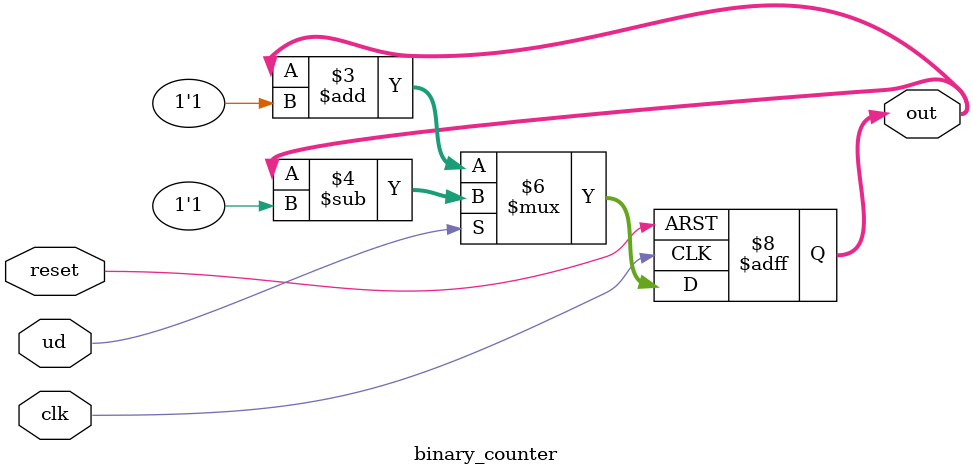
<source format=v>
module  binary_counter(out, clk, reset, ud);

    input clk, reset, ud;
    output reg [3:0] out;
    
    always @ (posedge clk, posedge reset)
        begin
            if (reset)
            begin
                out = 4'b0;
            end
            else if (ud == 0)
            begin
                out <= out + 1'b1;
            end
            else
            begin
                out <= out - 1'b1;
            end
        end

endmodule


</source>
